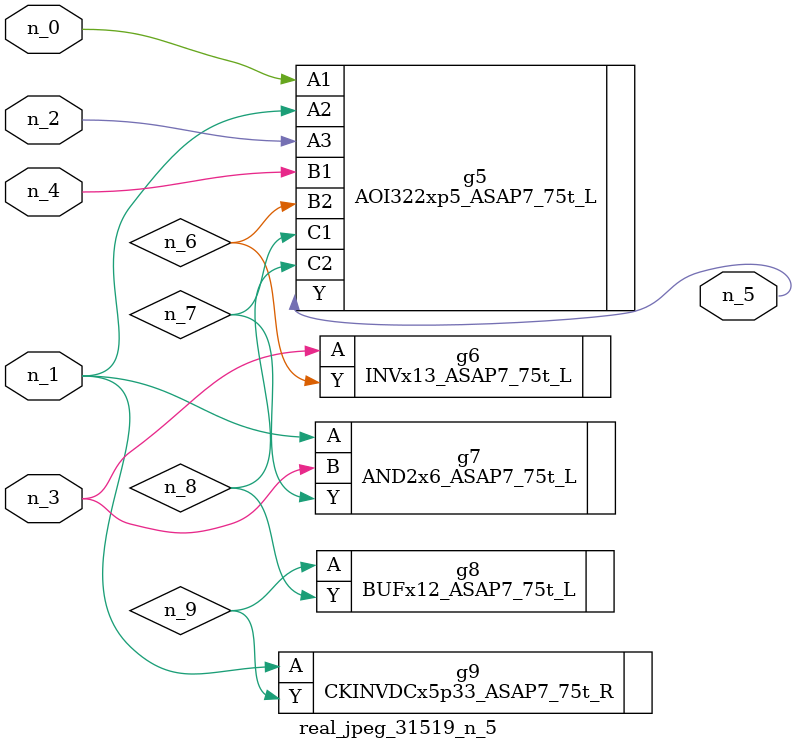
<source format=v>
module real_jpeg_31519_n_5 (n_4, n_0, n_1, n_2, n_3, n_5);

input n_4;
input n_0;
input n_1;
input n_2;
input n_3;

output n_5;

wire n_8;
wire n_6;
wire n_7;
wire n_9;

AOI322xp5_ASAP7_75t_L g5 ( 
.A1(n_0),
.A2(n_1),
.A3(n_2),
.B1(n_4),
.B2(n_6),
.C1(n_7),
.C2(n_8),
.Y(n_5)
);

AND2x6_ASAP7_75t_L g7 ( 
.A(n_1),
.B(n_3),
.Y(n_7)
);

CKINVDCx5p33_ASAP7_75t_R g9 ( 
.A(n_1),
.Y(n_9)
);

INVx13_ASAP7_75t_L g6 ( 
.A(n_3),
.Y(n_6)
);

BUFx12_ASAP7_75t_L g8 ( 
.A(n_9),
.Y(n_8)
);


endmodule
</source>
